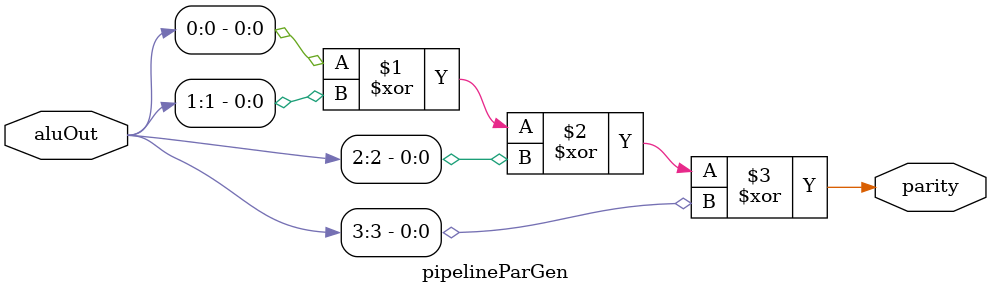
<source format=v>
`ifndef PIPELINE_PAR_GEN
`define PIPELINE_PAR_GEN
`include "pipelineAlu.v"
`include "pipelineEnc.v"

	module pipelineParGen(
		input [3:0] aluOut,
		output parity
	);
		
		assign parity = aluOut[0] ^ aluOut[1] ^ aluOut[2] ^ aluOut[3];
		
	endmodule

`endif
</source>
